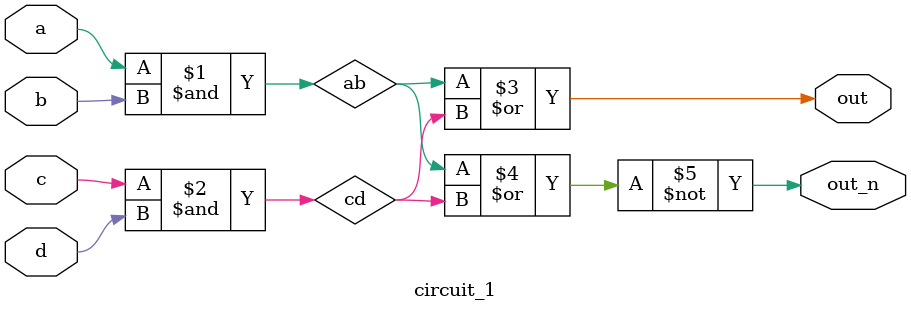
<source format=v>

module circuit_1(
    input a,
    input b,
    input c,
    input d,
    output out,
    output out_n   ); 
  
	  wire ab;
    wire cd;
    assign ab = a & b;
    assign cd = c & d;
    assign out = ab | cd;
    assign out_n = ~ (ab | cd);
endmodule

</source>
